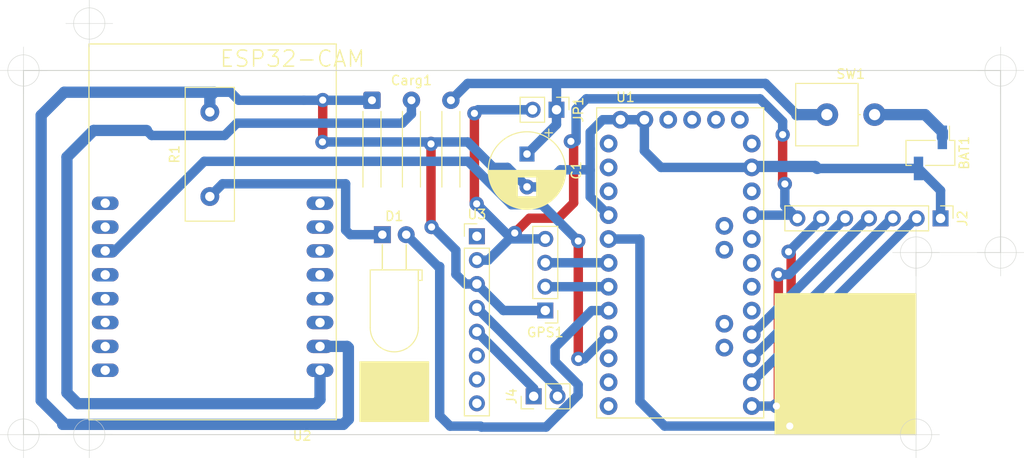
<source format=kicad_pcb>
(kicad_pcb (version 20211014) (generator pcbnew)
  (layers (0 "F.Cu" signal) (31 "B.Cu" signal) (34 "B.Paste" user) (35 "F.Paste" user) (36 "B.SilkS" user "B.Silkscreen") (37 "F.SilkS" user "F.Silkscreen") (38 "B.Mask" user) (39 "F.Mask" user) (44 "Edge.Cuts" user))
  (net 0 "")
  (net 1 "Net-(C1-Pad1)")
  (net 2 "3.7V")
  (net 3 "Net-(D1-Pad1)")
  (net 4 "GND")
  (net 5 "Net-(D1-Pad2)")
  (net 6 "5V")
  (net 15 "Net-(U1-PadJP7_4)")
  (net 22 "3.3V")
  (net 23 "Net-(J4-Pad2)")
  (net 24 "Net-(J4-Pad1)")
  (net 28 "/MOSI")
  (net 29 "/MISO")
  (net 30 "/SCK")
  (net 31 "NSS")
  (net 32 "DIO0")
  (net 33 "Net-(GPS1-Pad2)")
  (net 34 "Net-(GPS1-Pad3)")
  (footprint "LED_THT:LED_D5.0mm_Horizontal_O3.81mm_Z3.0mm" (layer "F.Cu") (at 127.096002 82.24817)
    (fp_text reference "D1" (at 1.27 -1.96) (layer "F.SilkS"))
    (fp_text value "LED Blanco brillante")
    (fp_line (start 3.83 3.75) (end 4.23 3.75) (layer "F.SilkS") (width 0.12))
    (fp_line (start 2.54 3.75) (end 2.54 1.08) (layer "F.SilkS") (width 0.12))
    (fp_line (start 0 3.75) (end 0 3.75) (layer "F.SilkS") (width 0.12))
    (fp_line (start 2.54 1.08) (end 2.54 1.08) (layer "F.SilkS") (width 0.12))
    (fp_line (start 2.54 1.08) (end 2.54 3.75) (layer "F.SilkS") (width 0.12))
    (fp_line (start 0 1.08) (end 0 3.75) (layer "F.SilkS") (width 0.12))
    (fp_line (start 4.23 4.87) (end 3.83 4.87) (layer "F.SilkS") (width 0.12))
    (fp_line (start 2.54 3.75) (end 2.54 3.75) (layer "F.SilkS") (width 0.12))
    (fp_line (start 3.83 4.87) (end 3.83 3.75) (layer "F.SilkS") (width 0.12))
    (fp_line (start 0 3.75) (end 0 1.08) (layer "F.SilkS") (width 0.12))
    (fp_line (start 3.83 3.75) (end 3.83 9.91) (layer "F.SilkS") (width 0.12))
    (fp_line (start 4.23 3.75) (end 4.23 4.87) (layer "F.SilkS") (width 0.12))
    (fp_line (start -1.29 3.75) (end 3.83 3.75) (layer "F.SilkS") (width 0.12))
    (fp_line (start -1.29 3.75) (end -1.29 9.91) (layer "F.SilkS") (width 0.12))
    (fp_line (start 0 1.08) (end 0 1.08) (layer "F.SilkS") (width 0.12))
    (fp_arc (start 3.83 9.91) (mid 1.27 12.47) (end -1.29 9.91) (layer "F.SilkS") (width 0.12))
    (pad "1" thru_hole rect (at 0 0) (size 1.8 1.8) (drill 0.9) (layers *.Cu *.Mask) (net 3 "Net-(D1-Pad1)"))
    (pad "2" thru_hole circle (at 2.54 0) (size 1.8 1.8) (drill 0.9) (layers *.Cu *.Mask) (net 5 "Net-(D1-Pad2)"))
  )
  (footprint "Connector_PinHeader_2.54mm:PinHeader_1x02_P2.54mm_Vertical" (layer "F.Cu") (at 145.631808 68.951795 -90)
    (fp_text reference "JP1" (at 0 -2.33 90) (layer "F.SilkS"))
    (fp_text value "JUMPER_CIRCUITO")
    (fp_line (start 1.33 1.27) (end 1.33 3.87) (layer "F.SilkS") (width 0.12))
    (fp_line (start -1.33 0) (end -1.33 -1.33) (layer "F.SilkS") (width 0.12))
    (fp_line (start -1.33 1.27) (end 1.33 1.27) (layer "F.SilkS") (width 0.12))
    (fp_line (start -1.33 -1.33) (end 0 -1.33) (layer "F.SilkS") (width 0.12))
    (fp_line (start -1.33 1.27) (end -1.33 3.87) (layer "F.SilkS") (width 0.12))
    (fp_line (start -1.33 3.87) (end 1.33 3.87) (layer "F.SilkS") (width 0.12))
    (pad "1" thru_hole rect (at 0 0 270) (size 1.7 1.7) (drill 1) (layers *.Cu *.Mask) (net 1 "Net-(C1-Pad1)"))
    (pad "2" thru_hole oval (at 0 2.54 270) (size 1.7 1.7) (drill 1) (layers *.Cu *.Mask) (net 22 "3.3V"))
  )
  (footprint "ESP32_CAM:ESP32-CAM" (layer "F.Cu") (at 109.030175 86.520979 180)
    (fp_text reference "U2" (at -9.525 -17.145) (layer "F.SilkS"))
    (fp_text value "ESP32-CAM")
    (fp_text user "ESP32-CAM" (at -8.5 23) (layer "F.SilkS") (effects (font (size 1.72 1.72))))
    (fp_line (start -13.16 -15.43) (end 13.16 -15.43) (layer "F.SilkS") (width 0.127))
    (fp_line (start 13.16 -15.43) (end 13.16 24.57) (layer "F.SilkS") (width 0.127))
    (fp_line (start -13.16 24.57) (end -13.16 -15.43) (layer "F.SilkS") (width 0.127))
    (fp_line (start 13.16 24.57) (end -13.16 24.57) (layer "F.SilkS") (width 0.127))
    (pad "P$1" thru_hole oval locked (at -11.43 -10.16 180) (size 2.8448 1.4224) (drill 1) (layers *.Cu *.Mask) (net 6 "5V"))
    (pad "P$2" thru_hole oval locked (at -11.43 -7.62 180) (size 2.8448 1.4224) (drill 1) (layers *.Cu *.Mask) (net 4 "GND"))
    (pad "P$3" thru_hole oval locked (at -11.43 -5.08 180) (size 2.8448 1.4224) (drill 1) (layers *.Cu *.Mask))
    (pad "P$4" thru_hole oval locked (at -11.43 -2.54 180) (size 2.8448 1.4224) (drill 1) (layers *.Cu *.Mask))
    (pad "P$5" thru_hole oval locked (at -11.43 0 180) (size 2.8448 1.4224) (drill 1) (layers *.Cu *.Mask))
    (pad "P$6" thru_hole oval locked (at -11.43 2.54 180) (size 2.8448 1.4224) (drill 1) (layers *.Cu *.Mask))
    (pad "P$7" thru_hole oval locked (at -11.43 5.08 180) (size 2.8448 1.4224) (drill 1) (layers *.Cu *.Mask))
    (pad "P$8" thru_hole oval locked (at -11.43 7.62 180) (size 2.8448 1.4224) (drill 1) (layers *.Cu *.Mask))
    (pad "P$9" thru_hole oval locked (at 11.43 7.62 180) (size 2.8448 1.4224) (drill 1) (layers *.Cu *.Mask))
    (pad "P$10" thru_hole oval locked (at 11.43 5.08 180) (size 2.8448 1.4224) (drill 1) (layers *.Cu *.Mask))
    (pad "P$11" thru_hole oval locked (at 11.43 2.54 180) (size 2.8448 1.4224) (drill 1) (layers *.Cu *.Mask) (net 15 "Net-(U1-PadJP7_4)"))
    (pad "P$12" thru_hole oval locked (at 11.43 0 180) (size 2.8448 1.4224) (drill 1) (layers *.Cu *.Mask))
    (pad "P$13" thru_hole oval locked (at 11.43 -2.54 180) (size 2.8448 1.4224) (drill 1) (layers *.Cu *.Mask))
    (pad "P$14" thru_hole oval locked (at 11.43 -5.08 180) (size 2.8448 1.4224) (drill 1) (layers *.Cu *.Mask))
    (pad "P$15" thru_hole oval locked (at 11.43 -7.62 180) (size 2.8448 1.4224) (drill 1) (layers *.Cu *.Mask))
    (pad "P$16" thru_hole oval locked (at 11.43 -10.16 180) (size 2.8448 1.4224) (drill 1) (layers *.Cu *.Mask))
  )
  (footprint "Resistor_THT:R_Box_L14.0mm_W5.0mm_P9.00mm" (layer "F.Cu") (at 108.733385 78.190712 90)
    (fp_text reference "R1" (at 4.5 -3.75 90) (layer "F.SilkS"))
    (fp_text value "220 Ohm")
    (fp_line (start 11.62 -2.62) (end 11.62 2.62) (layer "F.SilkS") (width 0.12))
    (fp_line (start -2.62 2.62) (end 11.62 2.62) (layer "F.SilkS") (width 0.12))
    (fp_line (start -2.62 -2.62) (end -2.62 2.62) (layer "F.SilkS") (width 0.12))
    (fp_line (start -2.62 -2.62) (end 11.62 -2.62) (layer "F.SilkS") (width 0.12))
    (pad "1" thru_hole circle (at 0 0 90) (size 2 2) (drill 1) (layers *.Cu *.Mask) (net 3 "Net-(D1-Pad1)"))
    (pad "2" thru_hole circle (at 9 0 90) (size 2 2) (drill 1) (layers *.Cu *.Mask) (net 4 "GND"))
  )
  (footprint "Connector_PinHeader_2.54mm:PinHeader_1x02_P2.54mm_Vertical" (layer "F.Cu") (at 143.202165 99.450774 90)
    (fp_text reference "J4" (at 0 -2.33 90) (layer "F.SilkS"))
    (fp_text value "AEREO")
    (fp_line (start -1.33 3.87) (end 1.33 3.87) (layer "F.SilkS") (width 0.12))
    (fp_line (start -1.33 -1.33) (end 0 -1.33) (layer "F.SilkS") (width 0.12))
    (fp_line (start -1.33 0) (end -1.33 -1.33) (layer "F.SilkS") (width 0.12))
    (fp_line (start -1.33 1.27) (end -1.33 3.87) (layer "F.SilkS") (width 0.12))
    (fp_line (start 1.33 1.27) (end 1.33 3.87) (layer "F.SilkS") (width 0.12))
    (fp_line (start -1.33 1.27) (end 1.33 1.27) (layer "F.SilkS") (width 0.12))
    (pad "1" thru_hole rect (at 0 0 90) (size 1.7 1.7) (drill 1) (layers *.Cu *.Mask) (net 24 "Net-(J4-Pad1)"))
    (pad "2" thru_hole oval (at 0 2.54 90) (size 1.7 1.7) (drill 1) (layers *.Cu *.Mask) (net 23 "Net-(J4-Pad2)"))
  )
  (footprint "Capacitor_THT:CP_Radial_D8.0mm_P3.50mm" (layer "F.Cu") (at 142.49252 73.665528 -90)
    (fp_text reference "C1" (at 1.75 -5.25 90) (layer "F.SilkS"))
    (fp_text value "47uF")
    (fp_line (start 5.191 -2.228) (end 5.191 2.228) (layer "F.SilkS") (width 0.12))
    (fp_line (start 3.711 1.04) (end 3.711 3.584) (layer "F.SilkS") (width 0.12))
    (fp_line (start 5.351 -1.964) (end 5.351 1.964) (layer "F.SilkS") (width 0.12))
    (fp_line (start 3.911 -3.469) (end 3.911 -1.04) (layer "F.SilkS") (width 0.12))
    (fp_line (start 1.91 -4.077) (end 1.91 4.077) (layer "F.SilkS") (width 0.12))
    (fp_line (start 5.791 -0.768) (end 5.791 0.768) (layer "F.SilkS") (width 0.12))
    (fp_line (start 2.551 1.04) (end 2.551 4.002) (layer "F.SilkS") (width 0.12))
    (fp_line (start 3.431 1.04) (end 3.431 3.722) (layer "F.SilkS") (width 0.12))
    (fp_line (start 3.471 -3.704) (end 3.471 -1.04) (layer "F.SilkS") (width 0.12))
    (fp_line (start 4.391 -3.124) (end 4.391 -1.04) (layer "F.SilkS") (width 0.12))
    (fp_line (start 4.151 -3.309) (end 4.151 -1.04) (layer "F.SilkS") (width 0.12))
    (fp_line (start 4.111 1.04) (end 4.111 3.338) (layer "F.SilkS") (width 0.12))
    (fp_line (start 2.35 -4.037) (end 2.35 4.037) (layer "F.SilkS") (width 0.12))
    (fp_line (start 4.031 -3.392) (end 4.031 -1.04) (layer "F.SilkS") (width 0.12))
    (fp_line (start 3.831 -3.517) (end 3.831 -1.04) (layer "F.SilkS") (width 0.12))
    (fp_line (start 1.79 -4.08) (end 1.79 4.08) (layer "F.SilkS") (width 0.12))
    (fp_line (start 4.631 -2.907) (end 4.631 2.907) (layer "F.SilkS") (width 0.12))
    (fp_line (start 3.711 -3.584) (end 3.711 -1.04) (layer "F.SilkS") (width 0.12))
    (fp_line (start 5.831 -0.533) (end 5.831 0.533) (layer "F.SilkS") (width 0.12))
    (fp_line (start 5.311 -2.034) (end 5.311 2.034) (layer "F.SilkS") (width 0.12))
    (fp_line (start 1.95 -4.076) (end 1.95 4.076) (layer "F.SilkS") (width 0.12))
    (fp_line (start 3.431 -3.722) (end 3.431 -1.04) (layer "F.SilkS") (width 0.12))
    (fp_line (start 2.751 1.04) (end 2.751 3.957) (layer "F.SilkS") (width 0.12))
    (fp_line (start 4.991 -2.505) (end 4.991 2.505) (layer "F.SilkS") (width 0.12))
    (fp_line (start 4.351 -3.156) (end 4.351 -1.04) (layer "F.SilkS") (width 0.12))
    (fp_line (start 2.951 -3.902) (end 2.951 -1.04) (layer "F.SilkS") (width 0.12))
    (fp_line (start 3.751 1.04) (end 3.751 3.562) (layer "F.SilkS") (width 0.12))
    (fp_line (start -2.659698 -2.315) (end -1.859698 -2.315) (layer "F.SilkS") (width 0.12))
    (fp_line (start 3.231 -3.805) (end 3.231 -1.04) (layer "F.SilkS") (width 0.12))
    (fp_line (start 5.751 -0.948) (end 5.751 0.948) (layer "F.SilkS") (width 0.12))
    (fp_line (start 4.871 -2.651) (end 4.871 2.651) (layer "F.SilkS") (width 0.12))
    (fp_line (start 4.831 -2.697) (end 4.831 2.697) (layer "F.SilkS") (width 0.12))
    (fp_line (start 3.551 -3.666) (end 3.551 -1.04) (layer "F.SilkS") (width 0.12))
    (fp_line (start 2.471 1.04) (end 2.471 4.017) (layer "F.SilkS") (width 0.12))
    (fp_line (start 5.511 -1.645) (end 5.511 1.645) (layer "F.SilkS") (width 0.12))
    (fp_line (start 2.551 -4.002) (end 2.551 -1.04) (layer "F.SilkS") (width 0.12))
    (fp_line (start 2.27 -4.048) (end 2.27 4.048) (layer "F.SilkS") (width 0.12))
    (fp_line (start 3.271 1.04) (end 3.271 3.79) (layer "F.SilkS") (width 0.12))
    (fp_line (start 2.15 -4.061) (end 2.15 4.061) (layer "F.SilkS") (width 0.12))
    (fp_line (start 5.711 -1.098) (end 5.711 1.098) (layer "F.SilkS") (width 0.12))
    (fp_line (start 3.551 1.04) (end 3.551 3.666) (layer "F.SilkS") (width 0.12))
    (fp_line (start 3.191 -3.821) (end 3.191 -1.04) (layer "F.SilkS") (width 0.12))
    (fp_line (start 4.351 1.04) (end 4.351 3.156) (layer "F.SilkS") (width 0.12))
    (fp_line (start 4.591 -2.945) (end 4.591 2.945) (layer "F.SilkS") (width 0.12))
    (fp_line (start 2.671 -3.976) (end 2.671 -1.04) (layer "F.SilkS") (width 0.12))
    (fp_line (start 2.07 -4.068) (end 2.07 4.068) (layer "F.SilkS") (width 0.12))
    (fp_line (start 2.831 -3.936) (end 2.831 -1.04) (layer "F.SilkS") (width 0.12))
    (fp_line (start 2.19 -4.057) (end 2.19 4.057) (layer "F.SilkS") (width 0.12))
    (fp_line (start 2.631 1.04) (end 2.631 3.985) (layer "F.SilkS") (width 0.12))
    (fp_line (start 3.951 1.04) (end 3.951 3.444) (layer "F.SilkS") (width 0.12))
    (fp_line (start 2.711 -3.967) (end 2.711 -1.04) (layer "F.SilkS") (width 0.12))
    (fp_line (start 4.191 1.04) (end 4.191 3.28) (layer "F.SilkS") (width 0.12))
    (fp_line (start 5.471 -1.731) (end 5.471 1.731) (layer "F.SilkS") (width 0.12))
    (fp_line (start 4.271 1.04) (end 4.271 3.22) (layer "F.SilkS") (width 0.12))
    (fp_line (start 5.111 -2.345) (end 5.111 2.345) (layer "F.SilkS") (width 0.12))
    (fp_line (start 4.311 1.04) (end 4.311 3.189) (layer "F.SilkS") (width 0.12))
    (fp_line (start 2.871 1.04) (end 2.871 3.925) (layer "F.SilkS") (width 0.12))
    (fp_line (start 3.991 -3.418) (end 3.991 -1.04) (layer "F.SilkS") (width 0.12))
    (fp_line (start -2.259698 -2.715) (end -2.259698 -1.915) (layer "F.SilkS") (width 0.12))
    (fp_line (start 2.471 -4.017) (end 2.471 -1.04) (layer "F.SilkS") (width 0.12))
    (fp_line (start 2.911 1.04) (end 2.911 3.914) (layer "F.SilkS") (width 0.12))
    (fp_line (start 3.791 -3.54) (end 3.791 -1.04) (layer "F.SilkS") (width 0.12))
    (fp_line (start 4.231 -3.25) (end 4.231 -1.04) (layer "F.SilkS") (width 0.12))
    (fp_line (start 1.83 -4.08) (end 1.83 4.08) (layer "F.SilkS") (width 0.12))
    (fp_line (start 4.031 1.04) (end 4.031 3.392) (layer "F.SilkS") (width 0.12))
    (fp_line (start 1.99 -4.074) (end 1.99 4.074) (layer "F.SilkS") (width 0.12))
    (fp_line (start 3.671 -3.606) (end 3.671 -1.04) (layer "F.SilkS") (width 0.12))
    (fp_line (start 4.471 -3.055) (end 4.471 -1.04) (layer "F.SilkS") (width 0.12))
    (fp_line (start 4.711 -2.826) (end 4.711 2.826) (layer "F.SilkS") (width 0.12))
    (fp_line (start 2.951 1.04) (end 2.951 3.902) (layer "F.SilkS") (width 0.12))
    (fp_line (start 4.071 -3.365) (end 4.071 -1.04) (layer "F.SilkS") (width 0.12))
    (fp_line (start 2.591 1.04) (end 2.591 3.994) (layer "F.SilkS") (width 0.12))
    (fp_line (start 2.39 -4.03) (end 2.39 4.03) (layer "F.SilkS") (width 0.12))
    (fp_line (start 2.511 1.04) (end 2.511 4.01) (layer "F.SilkS") (width 0.12))
    (fp_line (start 4.951 -2.556) (end 4.951 2.556) (layer "F.SilkS") (width 0.12))
    (fp_line (start 3.511 -3.686) (end 3.511 -1.04) (layer "F.SilkS") (width 0.12))
    (fp_line (start 5.271 -2.102) (end 5.271 2.102) (layer "F.SilkS") (width 0.12))
    (fp_line (start 2.31 -4.042) (end 2.31 4.042) (layer "F.SilkS") (width 0.12))
    (fp_line (start 3.391 1.04) (end 3.391 3.74) (layer "F.SilkS") (width 0.12))
    (fp_line (start 2.991 1.04) (end 2.991 3.889) (layer "F.SilkS") (width 0.12))
    (fp_line (start 2.991 -3.889) (end 2.991 -1.04) (layer "F.SilkS") (width 0.12))
    (fp_line (start 4.431 1.04) (end 4.431 3.09) (layer "F.SilkS") (width 0.12))
    (fp_line (start 3.911 1.04) (end 3.911 3.469) (layer "F.SilkS") (width 0.12))
    (fp_line (start 3.111 1.04) (end 3.111 3.85) (layer "F.SilkS") (width 0.12))
    (fp_line (start 4.511 -3.019) (end 4.511 -1.04) (layer "F.SilkS") (width 0.12))
    (fp_line (start 2.711 1.04) (end 2.711 3.967) (layer "F.SilkS") (width 0.12))
    (fp_line (start 4.151 1.04) (end 4.151 3.309) (layer "F.SilkS") (width 0.12))
    (fp_line (start 4.391 1.04) (end 4.391 3.124) (layer "F.SilkS") (width 0.12))
    (fp_line (start 4.231 1.04) (end 4.231 3.25) (layer "F.SilkS") (width 0.12))
    (fp_line (start 3.151 -3.835) (end 3.151 -1.04) (layer "F.SilkS") (width 0.12))
    (fp_line (start 3.671 1.04) (end 3.671 3.606) (layer "F.SilkS") (width 0.12))
    (fp_line (start 3.031 -3.877) (end 3.031 -1.04) (layer "F.SilkS") (width 0.12))
    (fp_line (start 3.591 -3.647) (end 3.591 -1.04) (layer "F.SilkS") (width 0.12))
    (fp_line (start 4.071 1.04) (end 4.071 3.365) (layer "F.SilkS") (width 0.12))
    (fp_line (start 2.23 -4.052) (end 2.23 4.052) (layer "F.SilkS") (width 0.12))
    (fp_line (start 3.871 -3.493) (end 3.871 -1.04) (layer "F.SilkS") (width 0.12))
    (fp_line (start 5.671 -1.229) (end 5.671 1.229) (layer "F.SilkS") (width 0.12))
    (fp_line (start 5.551 -1.552) (end 5.551 1.552) (layer "F.SilkS") (width 0.12))
    (fp_line (start 3.511 1.04) (end 3.511 3.686) (layer "F.SilkS") (width 0.12))
    (fp_line (start 2.631 -3.985) (end 2.631 -1.04) (layer "F.SilkS") (width 0.12))
    (fp_line (start 3.311 1.04) (end 3.311 3.774) (layer "F.SilkS") (width 0.12))
    (fp_line (start 4.431 -3.09) (end 4.431 -1.04) (layer "F.SilkS") (width 0.12))
    (fp_line (start 3.751 -3.562) (end 3.751 -1.04) (layer "F.SilkS") (width 0.12))
    (fp_line (start 5.431 -1.813) (end 5.431 1.813) (layer "F.SilkS") (width 0.12))
    (fp_line (start 3.271 -3.79) (end 3.271 -1.04) (layer "F.SilkS") (width 0.12))
    (fp_line (start 2.591 -3.994) (end 2.591 -1.04) (layer "F.SilkS") (width 0.12))
    (fp_line (start 5.591 -1.453) (end 5.591 1.453) (layer "F.SilkS") (width 0.12))
    (fp_line (start 5.231 -2.166) (end 5.231 2.166) (layer "F.SilkS") (width 0.12))
    (fp_line (start 3.871 1.04) (end 3.871 3.493) (layer "F.SilkS") (width 0.12))
    (fp_line (start 3.471 1.04) (end 3.471 3.704) (layer "F.SilkS") (width 0.12))
    (fp_line (start 3.631 -3.627) (end 3.631 -1.04) (layer "F.SilkS") (width 0.12))
    (fp_line (start 4.471 1.04) (end 4.471 3.055) (layer "F.SilkS") (width 0.12))
    (fp_line (start 2.43 -4.024) (end 2.43 4.024) (layer "F.SilkS") (width 0.12))
    (fp_line (start 4.511 1.04) (end 4.511 3.019) (layer "F.SilkS") (width 0.12))
    (fp_line (start 5.031 -2.454) (end 5.031 2.454) (layer "F.SilkS") (width 0.12))
    (fp_line (start 2.11 -4.065) (end 2.11 4.065) (layer "F.SilkS") (width 0.12))
    (fp_line (start 4.791 -2.741) (end 4.791 2.741) (layer "F.SilkS") (width 0.12))
    (fp_line (start 3.111 -3.85) (end 3.111 -1.04) (layer "F.SilkS") (width 0.12))
    (fp_line (start 1.87 -4.079) (end 1.87 4.079) (layer "F.SilkS") (width 0.12))
    (fp_line (start 2.911 -3.914) (end 2.911 -1.04) (layer "F.SilkS") (width 0.12))
    (fp_line (start 4.271 -3.22) (end 4.271 -1.04) (layer "F.SilkS") (width 0.12))
    (fp_line (start 2.791 -3.947) (end 2.791 -1.04) (layer "F.SilkS") (width 0.12))
    (fp_line (start 3.071 1.04) (end 3.071 3.863) (layer "F.SilkS") (width 0.12))
    (fp_line (start 4.911 -2.604) (end 4.911 2.604) (layer "F.SilkS") (width 0.12))
    (fp_line (start 4.751 -2.784) (end 4.751 2.784) (layer "F.SilkS") (width 0.12))
    (fp_line (start 2.751 -3.957) (end 2.751 -1.04) (layer "F.SilkS") (width 0.12))
    (fp_line (start 4.671 -2.867) (end 4.671 2.867) (layer "F.SilkS") (width 0.12))
    (fp_line (start 3.631 1.04) (end 3.631 3.627) (layer "F.SilkS") (width 0.12))
    (fp_line (start 3.311 -3.774) (end 3.311 -1.04) (layer "F.SilkS") (width 0.12))
    (fp_line (start 2.871 -3.925) (end 2.871 -1.04) (layer "F.SilkS") (width 0.12))
    (fp_line (start 2.831 1.04) (end 2.831 3.936) (layer "F.SilkS") (width 0.12))
    (fp_line (start 5.391 -1.89) (end 5.391 1.89) (layer "F.SilkS") (width 0.12))
    (fp_line (start 4.191 -3.28) (end 4.191 -1.04) (layer "F.SilkS") (width 0.12))
    (fp_line (start 4.111 -3.338) (end 4.111 -1.04) (layer "F.SilkS") (width 0.12))
    (fp_line (start 3.991 1.04) (end 3.991 3.418) (layer "F.SilkS") (width 0.12))
    (fp_line (start 2.671 1.04) (end 2.671 3.976) (layer "F.SilkS") (width 0.12))
    (fp_line (start 1.75 -4.08) (end 1.75 4.08) (layer "F.SilkS") (width 0.12))
    (fp_line (start 3.391 -3.74) (end 3.391 -1.04) (layer "F.SilkS") (width 0.12))
    (fp_line (start 3.951 -3.444) (end 3.951 -1.04) (layer "F.SilkS") (width 0.12))
    (fp_line (start 3.591 1.04) (end 3.591 3.647) (layer "F.SilkS") (width 0.12))
    (fp_line (start 2.791 1.04) (end 2.791 3.947) (layer "F.SilkS") (width 0.12))
    (fp_line (start 5.071 -2.4) (end 5.071 2.4) (layer "F.SilkS") (width 0.12))
    (fp_line (start 3.231 1.04) (end 3.231 3.805) (layer "F.SilkS") (width 0.12))
    (fp_line (start 3.151 1.04) (end 3.151 3.835) (layer "F.SilkS") (width 0.12))
    (fp_line (start 2.511 -4.01) (end 2.511 -1.04) (layer "F.SilkS") (width 0.12))
    (fp_line (start 4.551 -2.983) (end 4.551 2.983) (layer "F.SilkS") (width 0.12))
    (fp_line (start 3.351 1.04) (end 3.351 3.757) (layer "F.SilkS") (width 0.12))
    (fp_line (start 5.151 -2.287) (end 5.151 2.287) (layer "F.SilkS") (width 0.12))
    (fp_line (start 3.031 1.04) (end 3.031 3.877) (layer "F.SilkS") (width 0.12))
    (fp_line (start 2.03 -4.071) (end 2.03 4.071) (layer "F.SilkS") (width 0.12))
    (fp_line (start 3.071 -3.863) (end 3.071 -1.04) (layer "F.SilkS") (width 0.12))
    (fp_line (start 3.831 1.04) (end 3.831 3.517) (layer "F.SilkS") (width 0.12))
    (fp_line (start 5.631 -1.346) (end 5.631 1.346) (layer "F.SilkS") (width 0.12))
    (fp_line (start 3.351 -3.757) (end 3.351 -1.04) (layer "F.SilkS") (width 0.12))
    (fp_line (start 3.791 1.04) (end 3.791 3.54) (layer "F.SilkS") (width 0.12))
    (fp_line (start 3.191 1.04) (end 3.191 3.821) (layer "F.SilkS") (width 0.12))
    (fp_line (start 4.311 -3.189) (end 4.311 -1.04) (layer "F.SilkS") (width 0.12))
    (fp_circle (center 1.75 0) (end 5.87 0) (layer "F.SilkS") (width 0.12) (fill none))
    (pad "1" thru_hole rect (at 0 0 270) (size 1.6 1.6) (drill 0.8) (layers *.Cu *.Mask) (net 1 "Net-(C1-Pad1)"))
    (pad "2" thru_hole circle (at 3.5 0 270) (size 1.6 1.6) (drill 0.8) (layers *.Cu *.Mask) (net 4 "GND"))
  )
  (footprint "Resistor_THT:R_Axial_Power_L20.0mm_W6.4mm_P5.08mm_Vertical" (layer "F.Cu") (at 174.409862 69.470066)
    (fp_text reference "SW1" (at 2.54 -4.32) (layer "F.SilkS"))
    (fp_text value "Interruptor general")
    (fp_line (start 3.32 3.32) (end 3.32 -3.32) (layer "F.SilkS") (width 0.12))
    (fp_line (start -3.32 3.32) (end 3.32 3.32) (layer "F.SilkS") (width 0.12))
    (fp_line (start 3.32 -3.32) (end -3.32 -3.32) (layer "F.SilkS") (width 0.12))
    (fp_line (start -3.32 -3.32) (end -3.32 3.32) (layer "F.SilkS") (width 0.12))
    (fp_line (start 3.32 0) (end 3.58 0) (layer "F.SilkS") (width 0.12))
    (pad "1" thru_hole circle (at 0 0) (size 2.4 2.4) (drill 1.2) (layers *.Cu *.Mask) (net 1 "Net-(C1-Pad1)"))
    (pad "2" thru_hole oval (at 5.08 0) (size 2.4 2.4) (drill 1.2) (layers *.Cu *.Mask) (net 2 "3.7V"))
  )
  (footprint "Connector_PinHeader_2.54mm:PinHeader_1x02_P2.54mm_Vertical_SMD_Pin1Left" (layer "F.Cu") (at 185.431063 73.545717 -90)
    (fp_text reference "BAT1" (at 0 -3.6 90) (layer "F.SilkS"))
    (fp_text value "Pilas")
    (fp_line (start 1.33 -2.6) (end 1.33 0.51) (layer "F.SilkS") (width 0.12))
    (fp_line (start -1.33 -2.03) (end -2.85 -2.03) (layer "F.SilkS") (width 0.12))
    (fp_line (start -1.33 -2.6) (end -1.33 -2.03) (layer "F.SilkS") (width 0.12))
    (fp_line (start 1.33 2.03) (end 1.33 2.6) (layer "F.SilkS") (width 0.12))
    (fp_line (start -1.33 -0.51) (end -1.33 2.6) (layer "F.SilkS") (width 0.12))
    (fp_line (start -1.33 -2.6) (end 1.33 -2.6) (layer "F.SilkS") (width 0.12))
    (fp_line (start -1.33 2.6) (end 1.33 2.6) (layer "F.SilkS") (width 0.12))
    (pad "1" smd rect (at -1.655 -1.27 270) (size 2.51 1) (layers "B.Cu" "F.Paste" "F.Mask") (net 2 "3.7V"))
    (pad "2" smd rect (at 1.655 1.27 270) (size 2.51 1) (layers "B.Cu" "F.Paste" "F.Mask") (net 4 "GND"))
  )
  (footprint "Connector_PinHeader_2.54mm:PinHeader_1x07_P2.54mm_Vertical" (layer "F.Cu") (at 186.509365 80.513209 -90)
    (fp_text reference "J2" (at 0 -2.33 90) (layer "F.SilkS"))
    (fp_text value "LORA 868Mhz")
    (fp_line (start -1.33 -1.33) (end 0 -1.33) (layer "F.SilkS") (width 0.12))
    (fp_line (start -1.33 1.27) (end 1.33 1.27) (layer "F.SilkS") (width 0.12))
    (fp_line (start 1.33 1.27) (end 1.33 16.57) (layer "F.SilkS") (width 0.12))
    (fp_line (start -1.33 1.27) (end -1.33 16.57) (layer "F.SilkS") (width 0.12))
    (fp_line (start -1.33 16.57) (end 1.33 16.57) (layer "F.SilkS") (width 0.12))
    (fp_line (start -1.33 0) (end -1.33 -1.33) (layer "F.SilkS") (width 0.12))
    (pad "1" thru_hole rect (at 0 0 270) (size 1.7 1.7) (drill 1) (layers *.Cu *.Mask) (net 4 "GND"))
    (pad "2" thru_hole oval (at 0 2.54 270) (size 1.7 1.7) (drill 1) (layers *.Cu *.Mask) (net 28 "/MOSI"))
    (pad "3" thru_hole oval (at 0 5.08 270) (size 1.7 1.7) (drill 1) (layers *.Cu *.Mask) (net 29 "/MISO"))
    (pad "4" thru_hole oval (at 0 7.62 270) (size 1.7 1.7) (drill 1) (layers *.Cu *.Mask) (net 30 "/SCK"))
    (pad "5" thru_hole oval (at 0 10.16 270) (size 1.7 1.7) (drill 1) (layers *.Cu *.Mask) (net 31 "NSS"))
    (pad "6" thru_hole oval (at 0 12.7 270) (size 1.7 1.7) (drill 1) (layers *.Cu *.Mask) (net 32 "DIO0"))
    (pad "7" thru_hole oval (at 0 15.24 270) (size 1.7 1.7) (drill 1) (layers *.Cu *.Mask) (net 22 "3.3V"))
  )
  (footprint "Connector_PinHeader_2.54mm:PinHeader_1x08_P2.54mm_Vertical" (layer "F.Cu") (at 137.158311 82.418693)
    (fp_text reference "U3" (at 0 -2.33) (layer "F.SilkS"))
    (fp_text value "GY-87")
    (fp_line (start 1.33 1.27) (end 1.33 19.11) (layer "F.SilkS") (width 0.12))
    (fp_line (start -1.33 -1.33) (end 0 -1.33) (layer "F.SilkS") (width 0.12))
    (fp_line (start -1.33 1.27) (end 1.33 1.27) (layer "F.SilkS") (width 0.12))
    (fp_line (start -1.33 1.27) (end -1.33 19.11) (layer "F.SilkS") (width 0.12))
    (fp_line (start -1.33 19.11) (end 1.33 19.11) (layer "F.SilkS") (width 0.12))
    (fp_line (start -1.33 0) (end -1.33 -1.33) (layer "F.SilkS") (width 0.12))
    (pad "1" thru_hole rect (at 0 0) (size 1.7 1.7) (drill 1) (layers *.Cu *.Mask))
    (pad "2" thru_hole oval (at 0 2.54) (size 1.7 1.7) (drill 1) (layers *.Cu *.Mask) (net 22 "3.3V"))
    (pad "3" thru_hole oval (at 0 5.08) (size 1.7 1.7) (drill 1) (layers *.Cu *.Mask) (net 4 "GND"))
    (pad "4" thru_hole oval (at 0 7.62) (size 1.7 1.7) (drill 1) (layers *.Cu *.Mask) (net 23 "Net-(J4-Pad2)"))
    (pad "5" thru_hole oval (at 0 10.16) (size 1.7 1.7) (drill 1) (layers *.Cu *.Mask) (net 24 "Net-(J4-Pad1)"))
    (pad "6" thru_hole oval (at 0 12.7) (size 1.7 1.7) (drill 1) (layers *.Cu *.Mask))
    (pad "7" thru_hole oval (at 0 15.24) (size 1.7 1.7) (drill 1) (layers *.Cu *.Mask))
    (pad "8" thru_hole oval (at 0 17.78) (size 1.7 1.7) (drill 1) (layers *.Cu *.Mask))
  )
  (footprint "Connector_PinHeader_2.54mm:PinHeader_1x04_P2.54mm_Vertical" (layer "F.Cu") (at 144.438516 90.318844 180)
    (fp_text reference "GPS1" (at 0 -2.33) (layer "F.SilkS"))
    (fp_text value "GPS_NEO_6")
    (fp_line (start -1.33 8.95) (end 1.33 8.95) (layer "F.SilkS") (width 0.12))
    (fp_line (start -1.33 1.27) (end -1.33 8.95) (layer "F.SilkS") (width 0.12))
    (fp_line (start -1.33 -1.33) (end 0 -1.33) (layer "F.SilkS") (width 0.12))
    (fp_line (start 1.33 1.27) (end 1.33 8.95) (layer "F.SilkS") (width 0.12))
    (fp_line (start -1.33 0) (end -1.33 -1.33) (layer "F.SilkS") (width 0.12))
    (fp_line (start -1.33 1.27) (end 1.33 1.27) (layer "F.SilkS") (width 0.12))
    (pad "1" thru_hole rect (at 0 0 180) (size 1.7 1.7) (drill 1) (layers *.Cu *.Mask) (net 4 "GND"))
    (pad "2" thru_hole oval (at 0 2.54 180) (size 1.7 1.7) (drill 1) (layers *.Cu *.Mask) (net 33 "Net-(GPS1-Pad2)"))
    (pad "3" thru_hole oval (at 0 5.08 180) (size 1.7 1.7) (drill 1) (layers *.Cu *.Mask) (net 34 "Net-(GPS1-Pad3)"))
    (pad "4" thru_hole oval (at 0 7.62 180) (size 1.7 1.7) (drill 1) (layers *.Cu *.Mask) (net 22 "3.3V"))
  )
  (footprint "ARDUINO_PRO_MINI:MODULE_ARDUINO_PRO_MINI" (layer "F.Cu") (at 158.796078 85.25036)
    (fp_text reference "U1" (at -5.825 -17.635) (layer "F.SilkS"))
    (fp_text value "ARDUINO_PRO_MINI")
    (fp_line (start -8.89 -16.51) (end -8.89 16.51) (layer "F.SilkS") (width 0.127))
    (fp_line (start 8.89 -16.51) (end -8.89 -16.51) (layer "F.SilkS") (width 0.127))
    (fp_line (start 8.89 16.51) (end 8.89 -16.51) (layer "F.SilkS") (width 0.127))
    (fp_line (start -8.89 16.51) (end 8.89 16.51) (layer "F.SilkS") (width 0.127))
    (pad "JP1_1" thru_hole circle locked (at 6.35 -15.24) (size 1.8796 1.8796) (drill 1.016) (layers *.Cu *.Mask))
    (pad "JP1_2" thru_hole circle locked (at 3.81 -15.24) (size 1.8796 1.8796) (drill 1.016) (layers *.Cu *.Mask))
    (pad "JP1_3" thru_hole circle locked (at 1.27 -15.24) (size 1.8796 1.8796) (drill 1.016) (layers *.Cu *.Mask))
    (pad "JP1_4" thru_hole circle locked (at -1.27 -15.24) (size 1.8796 1.8796) (drill 1.016) (layers *.Cu *.Mask))
    (pad "JP1_5" thru_hole circle locked (at -3.81 -15.24) (size 1.8796 1.8796) (drill 1.016) (layers *.Cu *.Mask) (net 4 "GND"))
    (pad "JP1_6" thru_hole circle locked (at -6.35 -15.24) (size 1.8796 1.8796) (drill 1.016) (layers *.Cu *.Mask) (net 4 "GND"))
    (pad "JP2_1" thru_hole circle locked (at 4.699 -1.397) (size 1.8796 1.8796) (drill 1.016) (layers *.Cu *.Mask))
    (pad "JP2_2" thru_hole circle locked (at 4.699 -3.937) (size 1.8796 1.8796) (drill 1.016) (layers *.Cu *.Mask))
    (pad "JP3_1" thru_hole circle locked (at 4.699 9.017) (size 1.8796 1.8796) (drill 1.016) (layers *.Cu *.Mask))
    (pad "JP3_2" thru_hole circle locked (at 4.699 6.477) (size 1.8796 1.8796) (drill 1.016) (layers *.Cu *.Mask))
    (pad "JP6_1" thru_hole circle locked (at 7.62 -12.7) (size 1.8796 1.8796) (drill 1.016) (layers *.Cu *.Mask))
    (pad "JP6_2" thru_hole circle locked (at 7.62 -10.16) (size 1.8796 1.8796) (drill 1.016) (layers *.Cu *.Mask) (net 4 "GND"))
    (pad "JP6_3" thru_hole circle locked (at 7.62 -7.62) (size 1.8796 1.8796) (drill 1.016) (layers *.Cu *.Mask))
    (pad "JP6_4" thru_hole circle locked (at 7.62 -5.08) (size 1.8796 1.8796) (drill 1.016) (layers *.Cu *.Mask) (net 22 "3.3V"))
    (pad "JP6_5" thru_hole circle locked (at 7.62 -2.54) (size 1.8796 1.8796) (drill 1.016) (layers *.Cu *.Mask))
    (pad "JP6_6" thru_hole circle locked (at 7.62 0) (size 1.8796 1.8796) (drill 1.016) (layers *.Cu *.Mask))
    (pad "JP6_7" thru_hole circle locked (at 7.62 2.54) (size 1.8796 1.8796) (drill 1.016) (layers *.Cu *.Mask))
    (pad "JP6_8" thru_hole circle locked (at 7.62 5.08) (size 1.8796 1.8796) (drill 1.016) (layers *.Cu *.Mask))
    (pad "JP6_9" thru_hole circle locked (at 7.62 7.62) (size 1.8796 1.8796) (drill 1.016) (layers *.Cu *.Mask) (net 30 "/SCK"))
    (pad "JP6_10" thru_hole circle locked (at 7.62 10.16) (size 1.8796 1.8796) (drill 1.016) (layers *.Cu *.Mask) (net 29 "/MISO"))
    (pad "JP6_11" thru_hole circle locked (at 7.62 12.7) (size 1.8796 1.8796) (drill 1.016) (layers *.Cu *.Mask) (net 28 "/MOSI"))
    (pad "JP6_12" thru_hole circle locked (at 7.62 15.24) (size 1.8796 1.8796) (drill 1.016) (layers *.Cu *.Mask) (net 31 "NSS"))
    (pad "JP7_1" thru_hole circle locked (at -7.62 15.24) (size 1.8796 1.8796) (drill 1.016) (layers *.Cu *.Mask))
    (pad "JP7_2" thru_hole circle locked (at -7.62 12.7) (size 1.8796 1.8796) (drill 1.016) (layers *.Cu *.Mask))
    (pad "JP7_3" thru_hole circle locked (at -7.62 10.16) (size 1.8796 1.8796) (drill 1.016) (layers *.Cu *.Mask))
    (pad "JP7_4" thru_hole circle locked (at -7.62 7.62) (size 1.8796 1.8796) (drill 1.016) (layers *.Cu *.Mask) (net 15 "Net-(U1-PadJP7_4)"))
    (pad "JP7_5" thru_hole circle locked (at -7.62 5.08) (size 1.8796 1.8796) (drill 1.016) (layers *.Cu *.Mask) (net 5 "Net-(D1-Pad2)"))
    (pad "JP7_6" thru_hole circle locked (at -7.62 2.54) (size 1.8796 1.8796) (drill 1.016) (layers *.Cu *.Mask) (net 33 "Net-(GPS1-Pad2)"))
    (pad "JP7_7" thru_hole circle locked (at -7.62 0) (size 1.8796 1.8796) (drill 1.016) (layers *.Cu *.Mask) (net 34 "Net-(GPS1-Pad3)"))
    (pad "JP7_8" thru_hole circle locked (at -7.62 -2.54) (size 1.8796 1.8796) (drill 1.016) (layers *.Cu *.Mask) (net 32 "DIO0"))
    (pad "JP7_9" thru_hole circle locked (at -7.62 -5.08) (size 1.8796 1.8796) (drill 1.016) (layers *.Cu *.Mask) (net 4 "GND"))
    (pad "JP7_10" thru_hole circle locked (at -7.62 -7.62) (size 1.8796 1.8796) (drill 1.016) (layers *.Cu *.Mask))
    (pad "JP7_11" thru_hole circle locked (at -7.62 -10.16) (size 1.8796 1.8796) (drill 1.016) (layers *.Cu *.Mask))
    (pad "JP7_12" thru_hole circle locked (at -7.62 -12.7) (size 1.8796 1.8796) (drill 1.016) (layers *.Cu *.Mask))
  )
  (footprint "Connector_Wire:SolderWire-0.25sqmm_1x03_P4.2mm_D0.65mm_OD1.7mm_Relief" (layer "F.Cu") (at 125.991971 67.943766)
    (fp_text reference "Carg1" (at 4.2 -2.12) (layer "F.SilkS"))
    (fp_text value "Cargador")
    (fp_line (start 0.96 1.185) (end 0.96 9.24) (layer "F.SilkS") (width 0.12))
    (fp_line (start -0.96 1.185) (end -0.96 9.24) (layer "F.SilkS") (width 0.12))
    (fp_line (start 9.36 1.185) (end 9.36 9.24) (layer "F.SilkS") (width 0.12))
    (fp_line (start 5.16 1.185) (end 5.16 9.24) (layer "F.SilkS") (width 0.12))
    (fp_line (start 7.44 1.185) (end 7.44 9.24) (layer "F.SilkS") (width 0.12))
    (fp_line (start 3.24 1.185) (end 3.24 9.24) (layer "F.SilkS") (width 0.12))
    (pad "" np_thru_hole circle (at 0 10.2) (size 2.2 2.2) (drill 2.2) (layers *.Cu *.Mask))
    (pad "" np_thru_hole circle (at 8.4 10.2) (size 2.2 2.2) (drill 2.2) (layers *.Cu *.Mask))
    (pad "" np_thru_hole circle (at 4.2 10.2) (size 2.2 2.2) (drill 2.2) (layers *.Cu *.Mask))
    (pad "1" thru_hole roundrect (at 0 0) (size 1.85 1.85) (drill 0.85) (layers *.Cu *.Mask) (roundrect_rratio 0.135135) (net 4 "GND"))
    (pad "2" thru_hole circle (at 4.2 0) (size 1.85 1.85) (drill 0.85) (layers *.Cu *.Mask) (net 6 "5V"))
    (pad "3" thru_hole circle (at 8.4 0) (size 1.85 1.85) (drill 0.85) (layers *.Cu *.Mask) (net 1 "Net-(C1-Pad1)"))
  )
  (gr_rect locked (start 183.9 103.53) (end 168.9 88.53) (layer "F.SilkS") (width 0.12) (fill solid))
  (gr_rect locked (start 124.712992 95.778179) (end 132.019011 102.128014) (layer "F.SilkS") (width 0.12) (fill solid))
  (gr_line (start 192.9 64.77) (end 192.9 84.15) (layer "Edge.Cuts") (width 0.1))
  (gr_line (start 88.9 64.77) (end 192.9 64.77) (layer "Edge.Cuts") (width 0.1))
  (gr_line (start 88.9 103.53) (end 88.9 64.77) (layer "Edge.Cuts") (width 0.1))
  (gr_line (start 183.9 103.53) (end 88.9 103.53) (layer "Edge.Cuts") (width 0.1))
  (gr_line (start 183.9 103.53) (end 183.9 84.15) (layer "Edge.Cuts") (width 0.05))
  (gr_line (start 183.9 84.15) (end 192.9 84.15) (layer "Edge.Cuts") (width 0.05))
  (target plus (at 88.9 103.53) (size 5) (width 0.05) (layer "Edge.Cuts"))
  (target plus (at 88.9 64.77) (size 5) (width 0.05) (layer "Edge.Cuts"))
  (target plus (at 183.9 84.15) (size 5) (width 0.05) (layer "Edge.Cuts"))
  (target plus (at 183.9 103.53) (size 5) (width 0.05) (layer "Edge.Cuts"))
  (target plus (at 192.9 84.15) (size 5) (width 0.05) (layer "Edge.Cuts"))
  (target plus (at 95.9 59.77) (size 5) (width 0.05) (layer "Edge.Cuts"))
  (target plus (at 192.9 64.77) (size 5) (width 0.05) (layer "Edge.Cuts"))
  (target plus (at 95.9 103.53) (size 5) (width 0.05) (layer "Edge.Cuts"))
  (segment (start 171.212901 69.470066) (end 171.201621 69.481346) (width 1.2) (layer "B.Cu") (net 1))
  (segment (start 145.631808 68.951795) (end 145.631808 70.52624) (width 1) (layer "B.Cu") (net 1))
  (segment (start 145.631808 70.52624) (end 142.49252 73.665528) (width 1) (layer "B.Cu") (net 1))
  (segment (start 136.181773 66.153964) (end 134.391971 67.943766) (width 1) (layer "B.Cu") (net 1))
  (segment (start 167.874239 66.153964) (end 136.181773 66.153964) (width 1) (layer "B.Cu") (net 1))
  (segment (start 174.409862 69.470066) (end 171.212901 69.470066) (width 1.2) (layer "B.Cu") (net 1))
  (segment (start 171.201621 69.481346) (end 167.874239 66.153964) (width 1) (layer "B.Cu") (net 1))
  (segment (start 145.631808 68.951795) (end 145.631808 66.612225) (width 1) (layer "B.Cu") (net 1))
  (segment (start 186.701063 71.314528) (end 184.856601 69.470066) (width 1.2) (layer "B.Cu") (net 2))
  (segment (start 186.701063 71.890717) (end 186.701063 71.314528) (width 1.2) (layer "B.Cu") (net 2))
  (segment (start 184.856601 69.470066) (end 179.489862 69.470066) (width 1.2) (layer "B.Cu") (net 2))
  (segment (start 123.67483 82.24817) (end 123.187533 81.760873) (width 1) (layer "B.Cu") (net 3))
  (segment (start 123.187533 81.760873) (end 123.187533 76.8313) (width 1) (layer "B.Cu") (net 3))
  (segment (start 123.187533 76.8313) (end 110.092797 76.8313) (width 1) (layer "B.Cu") (net 3))
  (segment (start 127.096002 82.24817) (end 123.67483 82.24817) (width 1) (layer "B.Cu") (net 3))
  (segment (start 110.092797 76.8313) (end 108.733385 78.190712) (width 1) (layer "B.Cu") (net 3))
  (segment (start 132.274917 72.585777) (end 132.274917 81.374915) (width 1) (layer "F.Cu") (net 4))
  (segment (start 132.274917 81.374915) (end 132.333483 81.433481) (width 1) (layer "F.Cu") (net 4))
  (segment (start 120.749823 72.349891) (end 120.719823 72.379891) (width 1) (layer "F.Cu") (net 4))
  (segment (start 120.749823 67.921421) (end 120.749823 72.349891) (width 1) (layer "F.Cu") (net 4))
  (via (at 120.719823 72.379891) (size 1.524) (drill 0.76) (layers "F.Cu" "B.Cu") (net 4))
  (via (at 132.274917 72.585777) (size 1.524) (drill 0.76) (layers "F.Cu" "B.Cu") (net 4))
  (via (at 132.333483 81.433481) (size 1.524) (drill 0.76) (layers "F.Cu" "B.Cu") (net 4))
  (via (at 120.749823 67.921421) (size 1.524) (drill 0.76) (layers "F.Cu" "B.Cu") (net 4))
  (segment (start 173.169679 74.988898) (end 166.51754 74.988898) (width 1.2) (layer "B.Cu") (net 4))
  (segment (start 139.978462 90.318844) (end 137.158311 87.498693) (width 1) (layer "B.Cu") (net 4))
  (segment (start 122.935822 102.438486) (end 93.078419 102.438486) (width 1.2) (layer "B.Cu") (net 4))
  (segment (start 90.780097 99.89039) (end 90.780097 69.545853) (width 1.2) (layer "B.Cu") (net 4))
  (segment (start 90.780097 69.545853) (end 93.23943 67.08652) (width 1.2) (layer "B.Cu") (net 4))
  (segment (start 111.811212 67.943766) (end 110.953966 67.08652) (width 1) (layer "B.Cu") (net 4))
  (segment (start 108.733385 69.190712) (end 108.733385 67.539012) (width 1.2) (layer "B.Cu") (net 4))
  (segment (start 123.341907 94.140979) (end 123.482095 94.281167) (width 1.2) (layer "B.Cu") (net 4))
  (segment (start 149.216926 71.350212) (end 150.556778 70.01036) (width 1) (layer "B.Cu") (net 4))
  (segment (start 135.95623 87.498693) (end 134.924592 86.467055) (width 1) (layer "B.Cu") (net 4))
  (segment (start 146.057228 75.343494) (end 149.18209 75.343494) (width 1) (layer "B.Cu") (net 4))
  (segment (start 166.51754 74.988898) (end 166.416078 75.09036) (width 1.2) (layer "B.Cu") (net 4))
  (segment (start 151.176078 80.17036) (end 149.216926 78.211208) (width 1) (layer "B.Cu") (net 4))
  (segment (start 118.743766 67.943766) (end 111.811212 67.943766) (width 1) (layer "B.Cu") (net 4))
  (segment (start 173.381498 75.200717) (end 173.169679 74.988898) (width 1.2) (layer "B.Cu") (net 4))
  (segment (start 137.158311 87.498693) (end 135.95623 87.498693) (width 1) (layer "B.Cu") (net 4))
  (segment (start 93.078419 102.188712) (end 90.780097 99.89039) (width 1.2) (layer "B.Cu") (net 4))
  (segment (start 149.216926 75.37833) (end 149.216926 73.09992) (width 1) (layer "B.Cu") (net 4))
  (segment (start 150.556778 70.01036) (end 152.446078 70.01036) (width 1) (layer "B.Cu") (net 4))
  (segment (start 144.34574 77.054982) (end 146.057228 75.343494) (width 1) (layer "B.Cu") (net 4))
  (segment (start 125.991971 67.943766) (end 118.743766 67.943766) (width 1) (layer "B.Cu") (net 4))
  (segment (start 93.23943 67.08652) (end 109.185877 67.08652) (width 1.2) (layer "B.Cu") (net 4))
  (segment (start 110.953966 67.08652) (end 109.185877 67.08652) (width 1) (layer "B.Cu") (net 4))
  (segment (start 134.924592 86.467055) (end 134.924592 83.907858) (width 1) (layer "B.Cu") (net 4))
  (segment (start 138.895891 75.088857) (end 136.186925 72.379891) (width 1) (layer "B.Cu") (net 4))
  (segment (start 136.186925 72.379891) (end 120.719823 72.379891) (width 1) (layer "B.Cu") (net 4))
  (segment (start 134.924592 83.907858) (end 132.274917 81.258183) (width 1) (layer "B.Cu") (net 4))
  (segment (start 123.482095 94.281167) (end 123.482095 101.892213) (width 1.2) (layer "B.Cu") (net 4))
  (segment (start 186.509365 80.513209) (end 186.509365 77.549019) (width 1) (layer "B.Cu") (net 4))
  (segment (start 108.733385 67.539012) (end 109.185877 67.08652) (width 1.2) (layer "B.Cu") (net 4))
  (segment (start 144.34574 77.165528) (end 144.34574 77.054982) (width 1) (layer "B.Cu") (net 4))
  (segment (start 149.216926 73.09992) (end 149.216926 71.350212) (width 1) (layer "B.Cu") (net 4))
  (segment (start 154.986078 70.01036) (end 152.446078 70.01036) (width 1) (layer "B.Cu") (net 4))
  (segment (start 173.381498 75.200717) (end 184.161063 75.200717) (width 1) (layer "B.Cu") (net 4))
  (segment (start 186.509365 77.549019) (end 184.161063 75.200717) (width 1) (layer "B.Cu") (net 4))
  (segment (start 149.18209 75.343494) (end 149.216926 75.37833) (width 1) (layer "B.Cu") (net 4))
  (segment (start 123.482095 101.892213) (end 122.935822 102.438486) (width 1.2) (layer "B.Cu") (net 4))
  (segment (start 140.415849 75.088857) (end 138.895891 75.088857) (width 1) (layer "B.Cu") (net 4))
  (segment (start 154.986078 70.01036) (end 154.986078 73.325444) (width 1) (layer "B.Cu") (net 4))
  (segment (start 154.986078 73.325444) (end 156.750994 75.09036) (width 1) (layer "B.Cu") (net 4))
  (segment (start 149.216926 78.211208) (end 149.216926 75.37833) (width 1) (layer "B.Cu") (net 4))
  (segment (start 93.078419 102.438486) (end 93.078419 102.188712) (width 1.2) (layer "B.Cu") (net 4))
  (segment (start 142.49252 77.165528) (end 144.34574 77.165528) (width 1) (layer "B.Cu") (net 4))
  (segment (start 144.438516 90.318844) (end 139.978462 90.318844) (width 1) (layer "B.Cu") (net 4))
  (segment (start 156.750994 75.09036) (end 166.416078 75.09036) (width 1) (layer "B.Cu") (net 4))
  (segment (start 120.460175 94.140979) (end 123.341907 94.140979) (width 1.2) (layer "B.Cu") (net 4))
  (segment (start 142.49252 77.165528) (end 140.415849 75.088857) (width 1) (layer "B.Cu") (net 4))
  (segment (start 147.935873 99.306985) (end 144.518468 102.72439) (width 1) (layer "B.Cu") (net 5))
  (segment (start 129.636002 82.24817) (end 133.023739 85.635907) (width 1) (layer "B.Cu") (net 5))
  (segment (start 145.487804 95.764193) (end 147.935873 98.212262) (width 1) (layer "B.Cu") (net 5))
  (segment (start 149.385594 90.33036) (end 145.487804 94.22815) (width 1) (layer "B.Cu") (net 5))
  (segment (start 137.538086 102.628387) (end 134.303489 102.628387) (width 1) (layer "B.Cu") (net 5))
  (segment (start 133.023739 85.635907) (end 133.199457 85.635907) (width 1) (layer "B.Cu") (net 5))
  (segment (start 134.303489 102.628387) (end 133.199457 101.524355) (width 1) (layer "B.Cu") (net 5))
  (segment (start 144.518468 102.72439) (end 137.634089 102.72439) (width 1) (layer "B.Cu") (net 5))
  (segment (start 137.634089 102.72439) (end 137.538086 102.628387) (width 1) (layer "B.Cu") (net 5))
  (segment (start 133.199457 101.524355) (end 133.199457 85.635907) (width 1) (layer "B.Cu") (net 5))
  (segment (start 151.176078 90.33036) (end 149.385594 90.33036) (width 1) (layer "B.Cu") (net 5))
  (segment (start 145.487804 94.22815) (end 145.487804 95.764193) (width 1) (layer "B.Cu") (net 5))
  (segment (start 147.935873 98.212262) (end 147.935873 99.306985) (width 1) (layer "B.Cu") (net 5))
  (segment (start 129.220062 70.379835) (end 111.619566 70.379835) (width 1) (layer "B.Cu") (net 6))
  (segment (start 110.309178 71.690223) (end 102.534735 71.690223) (width 1) (layer "B.Cu") (net 6))
  (segment (start 130.191971 67.943766) (end 130.191971 69.407926) (width 1) (layer "B.Cu") (net 6))
  (segment (start 120.015716 100.238966) (end 120.460175 99.794507) (width 1.2) (layer "B.Cu") (net 6))
  (segment (start 93.526536 73.988097) (end 93.526536 99.079366) (width 1.2) (layer "B.Cu") (net 6))
  (segment (start 93.526536 99.079366) (end 94.686136 100.238966) (width 1.2) (layer "B.Cu") (net 6))
  (segment (start 94.686136 100.238966) (end 120.015716 100.238966) (width 1.2) (layer "B.Cu") (net 6))
  (segment (start 96.360536 71.154097) (end 93.526536 73.988097) (width 1.2) (layer "B.Cu") (net 6))
  (segment (start 111.619566 70.379835) (end 110.309178 71.690223) (width 1) (layer "B.Cu") (net 6))
  (segment (start 102.534735 71.690223) (end 101.998609 71.154097) (width 1) (layer "B.Cu") (net 6))
  (segment (start 130.191971 69.407926) (end 129.220062 70.379835) (width 1) (layer "B.Cu") (net 6))
  (segment (start 101.998609 71.154097) (end 96.360536 71.154097) (width 1.2) (layer "B.Cu") (net 6))
  (segment (start 120.460175 99.794507) (end 120.460175 96.680979) (width 1.2) (layer "B.Cu") (net 6))
  (segment (start 147.950232 95.450543) (end 147.959874 95.460185) (width 1) (layer "F.Cu") (net 15))
  (segment (start 147.950232 82.92241) (end 147.950232 95.450543) (width 1) (layer "F.Cu") (net 15))
  (via (at 147.950232 82.92241) (size 1.524) (drill 0.76) (layers "F.Cu" "B.Cu") (net 15))
  (via (at 147.959874 95.460185) (size 1.524) (drill 0.76) (layers "F.Cu" "B.Cu") (net 15))
  (segment (start 98.600175 83.980979) (end 108.139163 74.441991) (width 1) (layer "B.Cu") (net 15))
  (segment (start 140.838921 79.061191) (end 144.089013 79.061191) (width 1) (layer "B.Cu") (net 15))
  (segment (start 148.586253 95.460185) (end 147.959874 95.460185) (width 1) (layer "B.Cu") (net 15))
  (segment (start 151.176078 92.87036) (end 148.586253 95.460185) (width 1) (layer "B.Cu") (net 15))
  (segment (start 144.089013 79.061191) (end 147.950232 82.92241) (width 1) (layer "B.Cu") (net 15))
  (segment (start 136.219721 74.441991) (end 140.838921 79.061191) (width 1) (layer "B.Cu") (net 15))
  (segment (start 108.139163 74.441991) (end 136.219721 74.441991) (width 1) (layer "B.Cu") (net 15))
  (segment (start 97.600175 83.980979) (end 98.600175 83.980979) (width 1) (layer "B.Cu") (net 15))
  (segment (start 136.895562 69.335806) (end 136.895562 78.729046) (width 1) (layer "F.Cu") (net 22))
  (segment (start 141.186153 82.070535) (end 142.760272 80.496416) (width 1) (layer "F.Cu") (net 22))
  (segment (start 136.895562 78.729046) (end 137.13326 78.966744) (width 1) (layer "F.Cu") (net 22))
  (segment (start 169.700846 71.599154) (end 169.700846 76.615078) (width 1) (layer "F.Cu") (net 22))
  (segment (start 147.455415 72.609619) (end 147.163332 72.317536) (width 1) (layer "F.Cu") (net 22))
  (segment (start 142.760272 80.496416) (end 145.827284 80.496416) (width 1) (layer "F.Cu") (net 22))
  (segment (start 147.455415 78.868285) (end 147.455415 72.609619) (width 1) (layer "F.Cu") (net 22))
  (segment (start 169.700846 76.615078) (end 169.936177 76.850409) (width 1) (layer "F.Cu") (net 22))
  (segment (start 145.827284 80.496416) (end 147.455415 78.868285) (width 1) (layer "F.Cu") (net 22))
  (via (at 147.163332 72.317536) (size 1.524) (drill 0.76) (layers "F.Cu" "B.Cu") (net 22))
  (via (at 169.936177 76.850409) (size 1.524) (drill 0.76) (layers "F.Cu" "B.Cu") (net 22))
  (via (at 169.700846 71.599154) (size 1.524) (drill 0.76) (layers "F.Cu" "B.Cu") (net 22))
  (via (at 136.895562 69.335806) (size 1.524) (drill 0.76) (layers "F.Cu" "B.Cu") (net 22))
  (via (at 137.13326 78.966744) (size 1.524) (drill 0.76) (layers "F.Cu" "B.Cu") (net 22))
  (via (at 141.186153 82.070535) (size 1.524) (drill 0.76) (layers "F.Cu" "B.Cu") (net 22))
  (segment (start 167.291471 67.790455) (end 148.81095 67.790455) (width 1) (layer "B.Cu") (net 22))
  (segment (start 140.620241 82.636447) (end 141.186153 82.070535) (width 1) (layer "B.Cu") (net 22))
  (segment (start 138.360392 84.958693) (end 140.620241 82.698844) (width 1) (layer "B.Cu") (net 22))
  (segment (start 147.717406 68.883999) (end 147.717406 72.317536) (width 1) (layer "B.Cu") (net 22))
  (segment (start 166.416078 80.17036) (end 170.926516 80.17036) (width 1) (layer "B.Cu") (net 22))
  (segment (start 170.926516 80.17036) (end 171.269365 80.513209) (width 1) (layer "B.Cu") (net 22))
  (segment (start 143.091808 68.951795) (end 137.279573 68.951795) (width 1) (layer "B.Cu") (net 22))
  (segment (start 147.717406 72.317536) (end 147.163332 72.317536) (width 1) (layer "B.Cu") (net 22))
  (segment (start 140.620241 82.698844) (end 144.438516 82.698844) (width 1) (layer "B.Cu") (net 22))
  (segment (start 140.620241 82.698844) (end 140.620241 82.636447) (width 1) (layer "B.Cu") (net 22))
  (segment (start 169.700846 71.599154) (end 169.700846 70.19983) (width 1) (layer "B.Cu") (net 22))
  (segment (start 169.700846 70.19983) (end 167.291471 67.790455) (width 1) (layer "B.Cu") (net 22))
  (segment (start 137.279573 68.951795) (end 136.895562 69.335806) (width 1) (layer "B.Cu") (net 22))
  (segment (start 140.620241 82.698844) (end 140.620241 82.453725) (width 1) (layer "B.Cu") (net 22))
  (segment (start 169.936177 76.850409) (end 169.936177 79.180021) (width 1) (layer "B.Cu") (net 22))
  (segment (start 169.936177 79.180021) (end 171.269365 80.513209) (width 1) (layer "B.Cu") (net 22))
  (segment (start 140.620241 82.453725) (end 137.13326 78.966744) (width 1) (layer "B.Cu") (net 22))
  (segment (start 148.81095 67.790455) (end 147.717406 68.883999) (width 1) (layer "B.Cu") (net 22))
  (segment (start 137.158311 84.958693) (end 138.360392 84.958693) (width 1) (layer "B.Cu") (net 22))
  (segment (start 137.158311 90.038693) (end 145.742165 98.622547) (width 1) (layer "B.Cu") (net 23))
  (segment (start 145.742165 98.622547) (end 145.742165 99.450774) (width 1) (layer "B.Cu") (net 23))
  (segment (start 137.158311 92.578693) (end 143.202165 98.622547) (width 1) (layer "B.Cu") (net 24))
  (segment (start 143.202165 98.622547) (end 143.202165 99.450774) (width 1) (layer "B.Cu") (net 24))
  (segment (start 183.853229 80.513209) (end 183.969365 80.513209) (width 1) (layer "B.Cu") (net 28))
  (segment (start 166.416078 97.95036) (end 183.853229 80.513209) (width 1) (layer "B.Cu") (net 28))
  (segment (start 181.313229 80.513209) (end 181.429365 80.513209) (width 1) (layer "B.Cu") (net 29))
  (segment (start 166.416078 95.41036) (end 181.313229 80.513209) (width 1) (layer "B.Cu") (net 29))
  (segment (start 166.416078 92.87036) (end 178.773229 80.513209) (width 1) (layer "B.Cu") (net 30))
  (segment (start 178.773229 80.513209) (end 178.889365 80.513209) (width 1) (layer "B.Cu") (net 30))
  (segment (start 169.245082 86.489255) (end 169.245082 100.283064) (width 1) (layer "F.Cu") (net 31))
  (segment (start 169.245082 100.283064) (end 169.037786 100.49036) (width 1) (layer "F.Cu") (net 31))
  (via (at 169.245082 86.489255) (size 1.524) (drill 0.76) (layers "F.Cu" "B.Cu") (net 31))
  (via (at 169.037786 100.49036) (size 1.524) (drill 0.76) (layers "F.Cu" "B.Cu") (net 31))
  (segment (start 166.416078 100.49036) (end 169.037786 100.49036) (width 1) (layer "B.Cu") (net 31))
  (segment (start 176.349365 80.513209) (end 170.373319 86.489255) (width 1) (layer "B.Cu") (net 31))
  (segment (start 170.373319 86.489255) (end 169.245082 86.489255) (width 1) (layer "B.Cu") (net 31))
  (segment (start 170.606593 102.473945) (end 170.460151 102.620387) (width 1) (layer "F.Cu") (net 32))
  (segment (start 170.331291 84.066888) (end 170.606593 84.34219) (width 1) (layer "F.Cu") (net 32))
  (segment (start 170.606593 84.34219) (end 170.606593 102.473945) (width 1) (layer "F.Cu") (net 32))
  (via (at 170.460151 102.620387) (size 1.524) (drill 0.76) (layers "F.Cu" "B.Cu") (net 32))
  (via (at 170.331291 84.066888) (size 1.524) (drill 0.76) (layers "F.Cu" "B.Cu") (net 32))
  (segment (start 173.809365 80.513209) (end 173.809365 80.588814) (width 1) (layer "B.Cu") (net 32))
  (segment (start 151.176078 82.71036) (end 154.509878 82.71036) (width 1) (layer "B.Cu") (net 32))
  (segment (start 173.809365 80.588814) (end 170.331291 84.066888) (width 1) (layer "B.Cu") (net 32))
  (segment (start 157.139775 102.620387) (end 170.460151 102.620387) (width 1) (layer "B.Cu") (net 32))
  (segment (start 154.509878 99.99049) (end 157.139775 102.620387) (width 1) (layer "B.Cu") (net 32))
  (segment (start 154.509878 82.71036) (end 154.509878 99.99049) (width 1) (layer "B.Cu") (net 32))
  (segment (start 151.176078 87.79036) (end 144.450032 87.79036) (width 1) (layer "B.Cu") (net 33))
  (segment (start 144.450032 87.79036) (end 144.438516 87.778844) (width 1) (layer "B.Cu") (net 33))
  (segment (start 144.438516 85.238844) (end 151.164562 85.238844) (width 1) (layer "B.Cu") (net 34))
  (segment (start 151.176078 85.25036) (end 151.145757 85.220039) (width 1) (layer "B.Cu") (net 34))
  (segment (start 144.457321 85.220039) (end 144.438516 85.238844) (width 1) (layer "B.Cu") (net 34))
  (segment (start 151.164562 85.238844) (end 151.176078 85.25036) (width 1) (layer "B.Cu") (net 34))
  (segment (start 144.450032 85.25036) (end 144.438516 85.238844) (width 1.2) (layer "B.Cu") (net 34))
)
</source>
